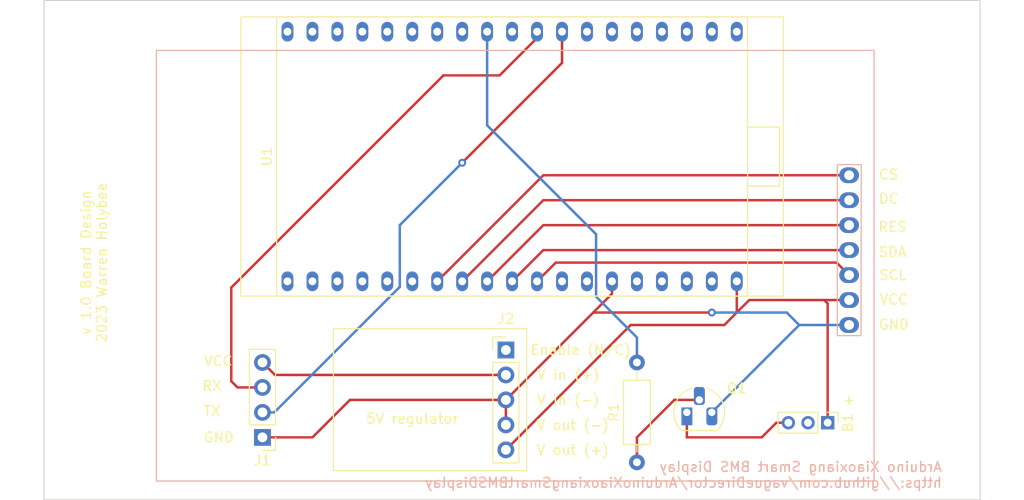
<source format=kicad_pcb>
(kicad_pcb (version 20211014) (generator pcbnew)
  (layers (0 "F.Cu" signal) (31 "B.Cu" signal) (34 "B.Paste" user) (35 "F.Paste" user) (36 "B.SilkS" user "B.Silkscreen") (37 "F.SilkS" user "F.Silkscreen") (38 "B.Mask" user) (39 "F.Mask" user) (44 "Edge.Cuts" user))
  (net 0 "")
  (net 1 "Net-(B1-Pad1)")
  (net 2 "GND")
  (net 3 "Net-(Brd1-Pad3)")
  (net 4 "Net-(Brd1-Pad4)")
  (net 5 "Net-(Brd1-Pad5)")
  (net 6 "Net-(Brd1-Pad6)")
  (net 7 "Net-(Brd1-Pad7)")
  (net 8 "Net-(J1-Pad2)")
  (net 11 "Net-(B1-Pad3)")
  (net 12 "Net-(Q1-Pad2)")
  (net 13 "Net-(J1-Pad3)")
  (net 14 "Net-(R1-Pad2)")
  (net 15 "Net-(J1-Pad4)")
  (footprint "Connector_PinHeader_2.54mm:PinHeader_1x05_P2.54mm_Vertical" (layer "F.Cu") (at 149.225 92.71)
    (fp_text reference "J2" (at 0 -3.175) (layer "F.SilkS"))
    (fp_text value "Conn_01x05_Male")
    (fp_line (start 1.33 1.27) (end 1.33 11.49) (layer "F.SilkS") (width 0.12))
    (fp_line (start -1.33 1.27) (end 1.33 1.27) (layer "F.SilkS") (width 0.12))
    (fp_line (start -1.33 -1.33) (end 0 -1.33) (layer "F.SilkS") (width 0.12))
    (fp_line (start -1.33 11.49) (end 1.33 11.49) (layer "F.SilkS") (width 0.12))
    (fp_line (start -1.33 0) (end -1.33 -1.33) (layer "F.SilkS") (width 0.12))
    (fp_line (start -1.33 1.27) (end -1.33 11.49) (layer "F.SilkS") (width 0.12))
    (fp_rect (start 2.112827 -2.164827) (end -17.548206 12.272827) (layer "F.SilkS") (width 0.12) (fill none))
    (pad "1" thru_hole rect (at 0 0) (size 1.7 1.7) (drill 1) (layers *.Cu *.Mask))
    (pad "2" thru_hole oval (at 0 2.54) (size 1.7 1.7) (drill 1) (layers *.Cu *.Mask) (net 15 "Net-(J1-Pad4)"))
    (pad "3" thru_hole oval (at 0 5.08) (size 1.7 1.7) (drill 1) (layers *.Cu *.Mask) (net 2 "GND"))
    (pad "4" thru_hole oval (at 0 7.62) (size 1.7 1.7) (drill 1) (layers *.Cu *.Mask) (net 2 "GND"))
    (pad "5" thru_hole oval (at 0 10.16) (size 1.7 1.7) (drill 1) (layers *.Cu *.Mask) (net 1 "Net-(B1-Pad1)"))
  )
  (footprint "Connector_PinHeader_2.54mm:PinHeader_1x04_P2.54mm_Vertical" (layer "F.Cu") (at 124.46 101.6 180)
    (fp_text reference "J1" (at 0 -2.33) (layer "F.SilkS"))
    (fp_text value "Conn_01x04_Male")
    (fp_line (start -1.33 8.95) (end 1.33 8.95) (layer "F.SilkS") (width 0.12))
    (fp_line (start -1.33 -1.33) (end 0 -1.33) (layer "F.SilkS") (width 0.12))
    (fp_line (start -1.33 0) (end -1.33 -1.33) (layer "F.SilkS") (width 0.12))
    (fp_line (start 1.33 1.27) (end 1.33 8.95) (layer "F.SilkS") (width 0.12))
    (fp_line (start -1.33 1.27) (end -1.33 8.95) (layer "F.SilkS") (width 0.12))
    (fp_line (start -1.33 1.27) (end 1.33 1.27) (layer "F.SilkS") (width 0.12))
    (pad "1" thru_hole rect (at 0 0 180) (size 1.7 1.7) (drill 1) (layers *.Cu *.Mask) (net 2 "GND"))
    (pad "2" thru_hole oval (at 0 2.54 180) (size 1.7 1.7) (drill 1) (layers *.Cu *.Mask) (net 8 "Net-(J1-Pad2)"))
    (pad "3" thru_hole oval (at 0 5.08 180) (size 1.7 1.7) (drill 1) (layers *.Cu *.Mask) (net 13 "Net-(J1-Pad3)"))
    (pad "4" thru_hole oval (at 0 7.62 180) (size 1.7 1.7) (drill 1) (layers *.Cu *.Mask) (net 15 "Net-(J1-Pad4)"))
  )
  (footprint "MountingHole:MountingHole_2.7mm_M2.5" (layer "F.Cu") (at 107.95 98.425)
    (fp_text reference "H2" hide)
    (fp_text value "MountingHole_2.7mm_M2.5")
    (pad "" np_thru_hole circle (at 0 0) (size 2.7 2.7) (drill 2.7) (layers *.Cu *.Mask))
  )
  (footprint "Connector_PinHeader_2.00mm:PinHeader_1x03_P2.00mm_Vertical" (layer "F.Cu") (at 181.969663 100.110387 -90)
    (fp_text reference "B1" (at 0 -2.06 -90) (layer "F.SilkS"))
    (fp_text value "Buzzer")
    (fp_line (start -1.06 5.06) (end 1.06 5.06) (layer "F.SilkS") (width 0.12))
    (fp_line (start -1.06 -1.06) (end 0 -1.06) (layer "F.SilkS") (width 0.12))
    (fp_line (start -1.06 1) (end -1.06 5.06) (layer "F.SilkS") (width 0.12))
    (fp_line (start -1.06 0) (end -1.06 -1.06) (layer "F.SilkS") (width 0.12))
    (fp_line (start -1.06 1) (end 1.06 1) (layer "F.SilkS") (width 0.12))
    (fp_line (start 1.06 1) (end 1.06 5.06) (layer "F.SilkS") (width 0.12))
    (pad "1" thru_hole rect (at 0 0 270) (size 1.35 1.35) (drill 0.8) (layers *.Cu *.Mask) (net 1 "Net-(B1-Pad1)"))
    (pad "2" thru_hole oval (at 0 2 270) (size 1.35 1.35) (drill 0.8) (layers *.Cu *.Mask))
    (pad "3" thru_hole oval (at 0 4 270) (size 1.35 1.35) (drill 0.8) (layers *.Cu *.Mask) (net 11 "Net-(B1-Pad3)"))
  )
  (footprint "Package_TO_SOT_THT:TO-92_HandSolder" (layer "F.Cu") (at 167.64 99.06)
    (fp_text reference "Q1" (at 5.08 -2.45) (layer "F.SilkS"))
    (fp_text value "BC547")
    (fp_line (start -0.53 1.85) (end 3.07 1.85) (layer "F.SilkS") (width 0.12))
    (fp_arc (start -0.541875 1.841741) (mid -1.247231 -0.581764) (end 0.45 -2.45) (layer "F.SilkS") (width 0.12))
    (fp_arc (start 2.05 -2.45) (mid 3.769931 -0.601036) (end 3.078445 1.827684) (layer "F.SilkS") (width 0.12))
    (pad "1" thru_hole rect (at 0 0) (size 1.1 1.8) (drill 0.75 (offset 0 0.4)) (layers *.Cu *.Mask) (net 11 "Net-(B1-Pad3)"))
    (pad "2" thru_hole roundrect (at 1.27 -1.27) (size 1.1 1.8) (drill 0.75 (offset 0 -0.4)) (layers *.Cu *.Mask) (net 12 "Net-(Q1-Pad2)"))
    (pad "3" thru_hole roundrect (at 2.54 0) (size 1.1 1.8) (drill 0.75 (offset 0 0.4)) (layers *.Cu *.Mask) (net 2 "GND"))
  )
  (footprint "ESP32-smartBMSdisplay:ESP32_Devkit_38Pins" (layer "F.Cu") (at 149.86 73.025)
    (fp_text reference "U1" (at -24.96 0 -90) (layer "F.SilkS"))
    (fp_text value "esp32_WROOM")
    (fp_line (start 23.96 14.2) (end 23.96 -14.199999) (layer "F.SilkS") (width 0.12))
    (fp_line (start 27.2 -3) (end 27.2 3) (layer "F.SilkS") (width 0.12))
    (fp_line (start 27.2 3) (end 23.9 3) (layer "F.SilkS") (width 0.12))
    (fp_line (start 27.6 -14.2) (end 27.6 14.2) (layer "F.SilkS") (width 0.12))
    (fp_line (start -27.6 14.2) (end 27.6 14.2) (layer "F.SilkS") (width 0.12))
    (fp_line (start 23.9 -3) (end 27.2 -3) (layer "F.SilkS") (width 0.12))
    (fp_line (start 23.96 -14.199999) (end -23.96 -14.2) (layer "F.SilkS") (width 0.12))
    (fp_line (start -23.96 -4.733333) (end -23.96 4.733333) (layer "F.SilkS") (width 0.12))
    (fp_line (start -27.6 -14.2) (end 26.8 -14.2) (layer "F.SilkS") (width 0.12))
    (fp_line (start -27.6 14.2) (end -27.6 -14.2) (layer "F.SilkS") (width 0.12))
    (fp_line (start 26.8 -14.2) (end 27.6 -14.2) (layer "F.SilkS") (width 0.12))
    (fp_line (start -23.96 -14.2) (end -23.96 -4.733333) (layer "F.SilkS") (width 0.12))
    (fp_line (start -23.96 4.733333) (end -23.96 14.199999) (layer "F.SilkS") (width 0.12))
    (fp_line (start -23.96 14.199999) (end 23.96 14.2) (layer "F.SilkS") (width 0.12))
    (pad "1" thru_hole oval (at -22.86 12.7) (size 1.2 2) (drill 0.8) (layers *.Cu *.Mask))
    (pad "2" thru_hole oval (at -20.32 12.7) (size 1.2 2) (drill 0.8) (layers *.Cu *.Mask))
    (pad "3" thru_hole oval (at -17.78 12.7) (size 1.2 2) (drill 0.8) (layers *.Cu *.Mask))
    (pad "4" thru_hole oval (at -15.24 12.7) (size 1.2 2) (drill 0.8) (layers *.Cu *.Mask))
    (pad "5" thru_hole oval (at -12.7 12.7) (size 1.2 2) (drill 0.8) (layers *.Cu *.Mask))
    (pad "6" thru_hole oval (at -10.16 12.7) (size 1.2 2) (drill 0.8) (layers *.Cu *.Mask))
    (pad "7" thru_hole oval (at -7.62 12.7) (size 1.2 2) (drill 0.8) (layers *.Cu *.Mask) (net 7 "Net-(Brd1-Pad7)"))
    (pad "8" thru_hole oval (at -5.08 12.7) (size 1.2 2) (drill 0.8) (layers *.Cu *.Mask) (net 6 "Net-(Brd1-Pad6)"))
    (pad "9" thru_hole oval (at -2.54 12.7) (size 1.2 2) (drill 0.8) (layers *.Cu *.Mask) (net 5 "Net-(Brd1-Pad5)"))
    (pad "10" thru_hole oval (at 0 12.7) (size 1.2 2) (drill 0.8) (layers *.Cu *.Mask) (net 4 "Net-(Brd1-Pad4)"))
    (pad "11" thru_hole oval (at 2.54 12.7) (size 1.2 2) (drill 0.8) (layers *.Cu *.Mask) (net 3 "Net-(Brd1-Pad3)"))
    (pad "12" thru_hole oval (at 5.08 12.7) (size 1.2 2) (drill 0.8) (layers *.Cu *.Mask))
    (pad "13" thru_hole oval (at 7.62 12.7) (size 1.2 2) (drill 0.8) (layers *.Cu *.Mask))
    (pad "14" thru_hole oval (at 10.16 12.7) (size 1.2 2) (drill 0.8) (layers *.Cu *.Mask) (net 2 "GND"))
    (pad "15" thru_hole oval (at 12.7 12.7) (size 1.2 2) (drill 0.8) (layers *.Cu *.Mask))
    (pad "16" thru_hole oval (at 15.24 12.7) (size 1.2 2) (drill 0.8) (layers *.Cu *.Mask))
    (pad "17" thru_hole oval (at 17.78 12.7) (size 1.2 2) (drill 0.8) (layers *.Cu *.Mask))
    (pad "18" thru_hole oval (at 20.32 12.7) (size 1.2 2) (drill 0.8) (layers *.Cu *.Mask))
    (pad "19" thru_hole oval (at 22.86 12.7) (size 1.2 2) (drill 0.8) (layers *.Cu *.Mask) (net 1 "Net-(B1-Pad1)"))
    (pad "20" thru_hole oval (at 22.86 -12.7) (size 1.2 2) (drill 0.8) (layers *.Cu *.Mask))
    (pad "21" thru_hole oval (at 20.32 -12.7) (size 1.2 2) (drill 0.8) (layers *.Cu *.Mask))
    (pad "22" thru_hole oval (at 17.78 -12.7) (size 1.2 2) (drill 0.8) (layers *.Cu *.Mask))
    (pad "23" thru_hole oval (at 15.24 -12.7) (size 1.2 2) (drill 0.8) (layers *.Cu *.Mask))
    (pad "24" thru_hole oval (at 12.7 -12.7) (size 1.2 2) (drill 0.8) (layers *.Cu *.Mask))
    (pad "25" thru_hole oval (at 10.16 -12.7) (size 1.2 2) (drill 0.8) (layers *.Cu *.Mask))
    (pad "26" thru_hole oval (at 7.62 -12.7) (size 1.2 2) (drill 0.8) (layers *.Cu *.Mask))
    (pad "27" thru_hole oval (at 5.08 -12.7) (size 1.2 2) (drill 0.8) (layers *.Cu *.Mask) (net 8 "Net-(J1-Pad2)"))
    (pad "28" thru_hole oval (at 2.54 -12.7) (size 1.2 2) (drill 0.8) (layers *.Cu *.Mask) (net 13 "Net-(J1-Pad3)"))
    (pad "29" thru_hole oval (at 0 -12.7) (size 1.2 2) (drill 0.8) (layers *.Cu *.Mask))
    (pad "30" thru_hole oval (at -2.54 -12.7) (size 1.2 2) (drill 0.8) (layers *.Cu *.Mask) (net 14 "Net-(R1-Pad2)"))
    (pad "31" thru_hole oval (at -5.08 -12.7) (size 1.2 2) (drill 0.8) (layers *.Cu *.Mask))
    (pad "32" thru_hole oval (at -7.62 -12.7) (size 1.2 2) (drill 0.8) (layers *.Cu *.Mask))
    (pad "33" thru_hole oval (at -10.16 -12.7) (size 1.2 2) (drill 0.8) (layers *.Cu *.Mask))
    (pad "34" thru_hole oval (at -12.7 -12.7) (size 1.2 2) (drill 0.8) (layers *.Cu *.Mask))
    (pad "35" thru_hole oval (at -15.24 -12.7) (size 1.2 2) (drill 0.8) (layers *.Cu *.Mask))
    (pad "36" thru_hole oval (at -17.78 -12.7) (size 1.2 2) (drill 0.8) (layers *.Cu *.Mask))
    (pad "37" thru_hole oval (at -20.32 -12.7) (size 1.2 2) (drill 0.8) (layers *.Cu *.Mask))
    (pad "38" thru_hole oval (at -22.86 -12.7) (size 1.2 2) (drill 0.8) (layers *.Cu *.Mask))
  )
  (footprint "MountingHole:MountingHole_2.7mm_M2.5" (layer "F.Cu") (at 191.77 66.675)
    (fp_text reference "H3" hide)
    (fp_text value "MountingHole_2.7mm_M2.5")
    (pad "" np_thru_hole circle (at 0 0) (size 2.7 2.7) (drill 2.7) (layers *.Cu *.Mask))
  )
  (footprint "MountingHole:MountingHole_2.7mm_M2.5" (layer "F.Cu") (at 191.77 98.425)
    (fp_text reference "H4" hide)
    (fp_text value "MountingHole_2.7mm_M2.5")
    (pad "" np_thru_hole circle (at 0 0) (size 2.7 2.7) (drill 2.7) (layers *.Cu *.Mask))
  )
  (footprint "MountingHole:MountingHole_2.7mm_M2.5" (layer "F.Cu") (at 107.95 66.675)
    (fp_text reference "H1" hide)
    (fp_text value "MountingHole_2.7mm_M2.5")
    (pad "" np_thru_hole circle (at 0 0) (size 2.7 2.7) (drill 2.7) (layers *.Cu *.Mask))
  )
  (footprint "Resistor_THT:R_Axial_DIN0207_L6.3mm_D2.5mm_P10.16mm_Horizontal" (layer "F.Cu") (at 162.56 104.14 90)
    (fp_text reference "R1" (at 5.08 -2.37 90) (layer "F.SilkS"))
    (fp_text value "3K3")
    (fp_line (start 1.81 -1.37) (end 1.81 1.37) (layer "F.SilkS") (width 0.12))
    (fp_line (start 8.35 1.37) (end 8.35 -1.37) (layer "F.SilkS") (width 0.12))
    (fp_line (start 1.04 0) (end 1.81 0) (layer "F.SilkS") (width 0.12))
    (fp_line (start 9.12 0) (end 8.35 0) (layer "F.SilkS") (width 0.12))
    (fp_line (start 1.81 1.37) (end 8.35 1.37) (layer "F.SilkS") (width 0.12))
    (fp_line (start 8.35 -1.37) (end 1.81 -1.37) (layer "F.SilkS") (width 0.12))
    (pad "1" thru_hole circle (at 0 0 90) (size 1.6 1.6) (drill 0.8) (layers *.Cu *.Mask) (net 12 "Net-(Q1-Pad2)"))
    (pad "2" thru_hole oval (at 10.16 0 90) (size 1.6 1.6) (drill 0.8) (layers *.Cu *.Mask) (net 14 "Net-(R1-Pad2)"))
  )
  (footprint "SSD1306:128x64OLED" (layer "B.Cu") (at 171.45 82.55 180)
    (fp_text reference "Brd1" hide)
    (fp_text value "SSD1306")
    (fp_line (start -13.911 -8.699) (end -13.934124 8.706997) (layer "B.SilkS") (width 0.12))
    (fp_line (start -11.498 8.7) (end -11.498 -8.699) (layer "B.SilkS") (width 0.12))
    (fp_line (start -13.911 -8.699) (end -11.498 -8.699) (layer "B.SilkS") (width 0.12))
    (fp_line (start -13.895399 8.700543) (end -11.498 8.7) (layer "B.SilkS") (width 0.12))
    (fp_rect (start -15.24 -23.495) (end 57.785 20.32) (layer "B.SilkS") (width 0.12) (fill none))
    (pad "1" thru_hole oval (at -12.7 -7.62) (size 2 1.6) (drill 1) (layers *.Cu *.Mask) (net 2 "GND"))
    (pad "2" thru_hole oval (at -12.7 -5.08) (size 2 1.6) (drill 1) (layers *.Cu *.Mask) (net 1 "Net-(B1-Pad1)"))
    (pad "3" thru_hole oval (at -12.7 -2.54) (size 2 1.6) (drill 1) (layers *.Cu *.Mask) (net 3 "Net-(Brd1-Pad3)"))
    (pad "4" thru_hole oval (at -12.7 0) (size 2 1.6) (drill 1) (layers *.Cu *.Mask) (net 4 "Net-(Brd1-Pad4)"))
    (pad "5" thru_hole oval (at -12.7 2.54) (size 2 1.6) (drill 1) (layers *.Cu *.Mask) (net 5 "Net-(Brd1-Pad5)"))
    (pad "6" thru_hole oval (at -12.7 5.08) (size 2 1.6) (drill 1) (layers *.Cu *.Mask) (net 6 "Net-(Brd1-Pad6)"))
    (pad "7" thru_hole oval (at -12.7 7.62) (size 2 1.6) (drill 1) (layers *.Cu *.Mask) (net 7 "Net-(Brd1-Pad7)"))
  )
  (gr_rect (start 102.235 107.95) (end 197.485 57.15) (layer "Edge.Cuts") (width 0.1) (fill none))
  (gr_text "Arduino Xiaoxiang Smart BMS Display\nhttps://github.com/vagueDirector/ArduinoXiaoxiangSmartBMSDisplay" (at 193.675 105.41) (layer "B.SilkS") (effects (font (size 1 1)) (justify left mirror)))
  (gr_text "V out (-)" (at 156.030286 100.353588) (layer "F.SilkS") (effects (font (size 1 1))))
  (gr_text "V out (+)" (at 156.030286 102.893588) (layer "F.SilkS") (effects (font (size 1 1))))
  (gr_text "RES" (at 188.56176 80.185853) (layer "F.SilkS") (effects (font (size 1 1))))
  (gr_text "5V regulator" (at 139.7 99.695) (layer "F.SilkS") (effects (font (size 1 1))))
  (gr_text "+" (at 184.15 97.79) (layer "F.SilkS") (effects (font (size 1 1))))
  (gr_text "GND" (at 120.015 101.6) (layer "F.SilkS") (effects (font (size 1 1))))
  (gr_text "V in (+)" (at 155.575 95.25) (layer "F.SilkS") (effects (font (size 1 1))))
  (gr_text "CS" (at 188.16316 74.853726) (layer "F.SilkS") (effects (font (size 1 1))))
  (gr_text "VCC" (at 119.962245 93.833315) (layer "F.SilkS") (effects (font (size 1 1))))
  (gr_text "Enable (N/C)" (at 156.845 92.71) (layer "F.SilkS") (effects (font (size 1 1))))
  (gr_text "V in (-)" (at 155.575 97.79) (layer "F.SilkS") (effects (font (size 1 1))))
  (gr_text "SDA" (at 188.56176 82.725853) (layer "F.SilkS") (effects (font (size 1 1))))
  (gr_text "TX" (at 119.327245 98.913315) (layer "F.SilkS") (effects (font (size 1 1))))
  (gr_text "RX" (at 119.327245 96.373315) (layer "F.SilkS") (effects (font (size 1 1))))
  (gr_text "SCL" (at 188.595 85.09) (layer "F.SilkS") (effects (font (size 1 1))))
  (gr_text "v 1.0 Board Design\n2023 Warren Holybee" (at 107.315 83.82 90) (layer "F.SilkS") (effects (font (size 1 1))))
  (gr_text "GND" (at 188.700511 90.119387) (layer "F.SilkS") (effects (font (size 1 1))))
  (gr_text "VCC" (at 188.700511 87.579387) (layer "F.SilkS") (effects (font (size 1 1))))
  (gr_text "DC" (at 188.172953 77.317311) (layer "F.SilkS") (effects (font (size 1 1))))
  (segment (start 149.225 102.87) (end 161.925 90.17) (width 0.25) (layer "F.Cu") (net 1))
  (segment (start 171.45 90.17) (end 172.72 88.9) (width 0.25) (layer "F.Cu") (net 1))
  (segment (start 181.969663 87.989663) (end 181.61 87.63) (width 0.25) (layer "F.Cu") (net 1))
  (segment (start 181.61 87.63) (end 173.99 87.63) (width 0.25) (layer "F.Cu") (net 1))
  (segment (start 173.99 87.63) (end 172.72 88.9) (width 0.25) (layer "F.Cu") (net 1))
  (segment (start 184.15 87.63) (end 181.61 87.63) (width 0.25) (layer "F.Cu") (net 1))
  (segment (start 161.925 90.17) (end 171.45 90.17) (width 0.25) (layer "F.Cu") (net 1))
  (segment (start 181.969663 100.110387) (end 181.969663 87.989663) (width 0.25) (layer "F.Cu") (net 1))
  (segment (start 172.72 88.9) (end 172.72 85.725) (width 0.25) (layer "F.Cu") (net 1))
  (segment (start 133.36 97.79) (end 149.225 97.79) (width 0.25) (layer "F.Cu") (net 2))
  (segment (start 158.115 88.9) (end 170.18 88.9) (width 0.25) (layer "F.Cu") (net 2))
  (segment (start 160.02 85.725) (end 160.02 86.995) (width 0.25) (layer "F.Cu") (net 2))
  (segment (start 149.225 97.79) (end 158.115 88.9) (width 0.25) (layer "F.Cu") (net 2))
  (segment (start 149.225 97.79) (end 149.225 100.33) (width 0.25) (layer "F.Cu") (net 2))
  (segment (start 133.36 97.79) (end 129.55 101.6) (width 0.25) (layer "F.Cu") (net 2))
  (segment (start 160.02 86.995) (end 158.115 88.9) (width 0.25) (layer "F.Cu") (net 2))
  (segment (start 129.55 101.6) (end 124.46 101.6) (width 0.25) (layer "F.Cu") (net 2))
  (via (at 170.18 88.9) (size 0.8) (drill 0.4) (layers "F.Cu" "B.Cu") (net 2))
  (segment (start 170.18 88.9) (end 177.8 88.9) (width 0.25) (layer "B.Cu") (net 2))
  (segment (start 177.8 88.9) (end 179.07 90.17) (width 0.25) (layer "B.Cu") (net 2))
  (segment (start 184.15 90.17) (end 179.07 90.17) (width 0.25) (layer "B.Cu") (net 2))
  (segment (start 179.07 90.17) (end 170.18 99.06) (width 0.25) (layer "B.Cu") (net 2))
  (segment (start 182.88 83.82) (end 154.305 83.82) (width 0.25) (layer "F.Cu") (net 3))
  (segment (start 184.15 85.09) (end 182.88 83.82) (width 0.25) (layer "F.Cu") (net 3))
  (segment (start 154.305 83.82) (end 152.4 85.725) (width 0.25) (layer "F.Cu") (net 3))
  (segment (start 153.035 82.55) (end 149.86 85.725) (width 0.25) (layer "F.Cu") (net 4))
  (segment (start 184.15 82.55) (end 153.035 82.55) (width 0.25) (layer "F.Cu") (net 4))
  (segment (start 184.15 80.01) (end 153.035 80.01) (width 0.25) (layer "F.Cu") (net 5))
  (segment (start 153.035 80.01) (end 147.32 85.725) (width 0.25) (layer "F.Cu") (net 5))
  (segment (start 184.15 77.47) (end 153.035 77.47) (width 0.25) (layer "F.Cu") (net 6))
  (segment (start 153.035 77.47) (end 144.78 85.725) (width 0.25) (layer "F.Cu") (net 6))
  (segment (start 184.15 74.93) (end 153.035 74.93) (width 0.25) (layer "F.Cu") (net 7))
  (segment (start 153.035 74.93) (end 142.24 85.725) (width 0.25) (layer "F.Cu") (net 7))
  (segment (start 154.94 63.5) (end 144.78 73.66) (width 0.25) (layer "F.Cu") (net 8))
  (segment (start 154.94 60.325) (end 154.94 63.5) (width 0.25) (layer "F.Cu") (net 8))
  (via (at 144.78 73.66) (size 0.8) (drill 0.4) (layers "F.Cu" "B.Cu") (net 8))
  (segment (start 124.46 99.06) (end 125.662081 99.06) (width 0.25) (layer "B.Cu") (net 8))
  (segment (start 125.662081 99.06) (end 138.43 86.292081) (width 0.25) (layer "B.Cu") (net 8))
  (segment (start 138.43 86.292081) (end 138.43 80.01) (width 0.25) (layer "B.Cu") (net 8))
  (segment (start 138.43 80.01) (end 144.78 73.66) (width 0.25) (layer "B.Cu") (net 8))
  (segment (start 177.969663 100.110387) (end 176.749613 100.110387) (width 0.25) (layer "F.Cu") (net 11))
  (segment (start 176.749613 100.110387) (end 175.26 101.6) (width 0.25) (layer "F.Cu") (net 11))
  (segment (start 175.26 101.6) (end 167.64 101.6) (width 0.25) (layer "F.Cu") (net 11))
  (segment (start 167.64 101.6) (end 167.64 99.06) (width 0.25) (layer "F.Cu") (net 11))
  (segment (start 162.56 101.6) (end 166.37 97.79) (width 0.25) (layer "F.Cu") (net 12))
  (segment (start 162.56 104.14) (end 162.56 101.6) (width 0.25) (layer "F.Cu") (net 12))
  (segment (start 166.37 97.79) (end 168.91 97.79) (width 0.25) (layer "F.Cu") (net 12))
  (segment (start 121.92 96.52) (end 121.285 95.885) (width 0.25) (layer "F.Cu") (net 13))
  (segment (start 121.285 95.885) (end 121.285 86.36) (width 0.25) (layer "F.Cu") (net 13))
  (segment (start 148.59 64.77) (end 152.4 60.96) (width 0.25) (layer "F.Cu") (net 13))
  (segment (start 121.285 86.36) (end 142.875 64.77) (width 0.25) (layer "F.Cu") (net 13))
  (segment (start 152.4 60.96) (end 152.4 60.325) (width 0.25) (layer "F.Cu") (net 13))
  (segment (start 142.875 64.77) (end 148.59 64.77) (width 0.25) (layer "F.Cu") (net 13))
  (segment (start 124.46 96.52) (end 121.92 96.52) (width 0.25) (layer "F.Cu") (net 13))
  (segment (start 162.56 91.44) (end 158.405 87.285) (width 0.25) (layer "B.Cu") (net 14))
  (segment (start 158.405 87.285) (end 158.405 80.935) (width 0.25) (layer "B.Cu") (net 14))
  (segment (start 158.405 80.935) (end 147.32 69.85) (width 0.25) (layer "B.Cu") (net 14))
  (segment (start 162.56 93.98) (end 162.56 91.44) (width 0.25) (layer "B.Cu") (net 14))
  (segment (start 147.32 69.85) (end 147.32 60.325) (width 0.25) (layer "B.Cu") (net 14))
  (segment (start 125.73 95.25) (end 124.46 93.98) (width 0.25) (layer "F.Cu") (net 15))
  (segment (start 125.73 95.25) (end 149.225 95.25) (width 0.25) (layer "F.Cu") (net 15))
)
</source>
